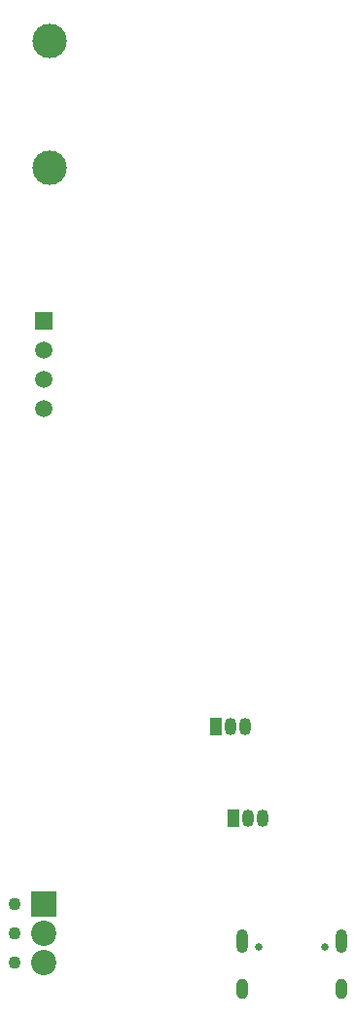
<source format=gbr>
%TF.GenerationSoftware,KiCad,Pcbnew,8.0.4*%
%TF.CreationDate,2025-07-24T11:12:48+05:30*%
%TF.ProjectId,SIH Smart Irrigation System,53494820-536d-4617-9274-204972726967,rev?*%
%TF.SameCoordinates,Original*%
%TF.FileFunction,Soldermask,Bot*%
%TF.FilePolarity,Negative*%
%FSLAX46Y46*%
G04 Gerber Fmt 4.6, Leading zero omitted, Abs format (unit mm)*
G04 Created by KiCad (PCBNEW 8.0.4) date 2025-07-24 11:12:48*
%MOMM*%
%LPD*%
G01*
G04 APERTURE LIST*
%ADD10C,1.100000*%
%ADD11R,2.200000X2.200000*%
%ADD12C,2.200000*%
%ADD13C,3.000000*%
%ADD14R,1.500000X1.500000*%
%ADD15C,1.500000*%
%ADD16C,0.650000*%
%ADD17O,1.000000X2.100000*%
%ADD18O,1.000000X1.800000*%
%ADD19R,1.050000X1.500000*%
%ADD20O,1.050000X1.500000*%
G04 APERTURE END LIST*
D10*
%TO.C,J1*%
X135460000Y-130826000D03*
X135460000Y-133366000D03*
X135460000Y-135906000D03*
D11*
X138000000Y-130826000D03*
D12*
X138000000Y-133366000D03*
X138000000Y-135906000D03*
%TD*%
D13*
%TO.C,J3*%
X138500000Y-55906000D03*
%TD*%
%TO.C,J4*%
X138500000Y-66906000D03*
%TD*%
D14*
%TO.C,U5*%
X138000000Y-80193500D03*
D15*
X138000000Y-82733500D03*
X138000000Y-85273500D03*
X138000000Y-87813500D03*
%TD*%
D16*
%TO.C,J2*%
X156655400Y-134539800D03*
X162435400Y-134539800D03*
D17*
X155225400Y-134039800D03*
D18*
X155225400Y-138219800D03*
D17*
X163865400Y-134039800D03*
D18*
X163865400Y-138219800D03*
%TD*%
D19*
%TO.C,Q1*%
X152960000Y-115406000D03*
D20*
X154230000Y-115406000D03*
X155500000Y-115406000D03*
%TD*%
D19*
%TO.C,Q2*%
X154460000Y-123406000D03*
D20*
X155730000Y-123406000D03*
X157000000Y-123406000D03*
%TD*%
M02*

</source>
